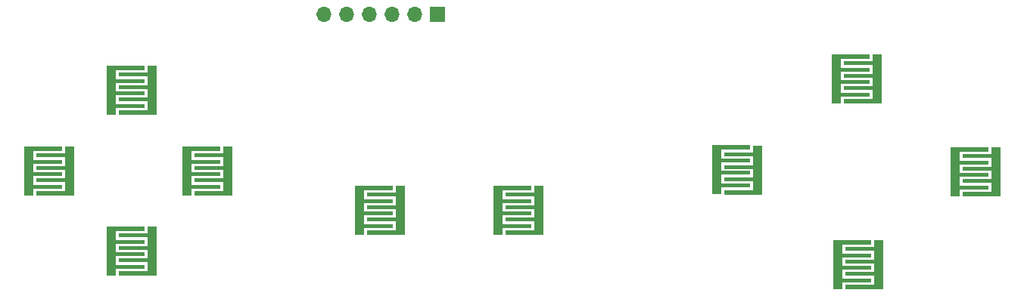
<source format=gts>
G04 #@! TF.GenerationSoftware,KiCad,Pcbnew,8.0.9*
G04 #@! TF.CreationDate,2025-09-16T20:49:19+09:00*
G04 #@! TF.ProjectId,usb_sfc_pad,7573625f-7366-4635-9f70-61642e6b6963,rev?*
G04 #@! TF.SameCoordinates,Original*
G04 #@! TF.FileFunction,Soldermask,Top*
G04 #@! TF.FilePolarity,Negative*
%FSLAX46Y46*%
G04 Gerber Fmt 4.6, Leading zero omitted, Abs format (unit mm)*
G04 Created by KiCad (PCBNEW 8.0.9) date 2025-09-16 20:49:19*
%MOMM*%
%LPD*%
G01*
G04 APERTURE LIST*
G04 Aperture macros list*
%AMFreePoly0*
4,1,19,0.300000,-2.700000,-3.900000,-2.700000,-3.900000,-2.200000,-0.700000,-2.200000,-0.700000,-1.200000,-3.900000,-1.200000,-3.900000,-0.800000,-0.700000,-0.800000,-0.700000,0.200000,-3.900000,0.200000,-3.900000,0.600000,-0.700000,0.600000,-0.700000,1.600000,-3.900000,1.600000,-3.900000,2.000000,-0.700000,2.000000,-0.700000,2.800000,0.300000,2.800000,0.300000,-2.700000,0.300000,-2.700000,
$1*%
%AMFreePoly1*
4,1,19,3.900000,2.200000,0.700000,2.200000,0.700000,1.200000,3.900000,1.200000,3.900000,0.800000,0.700000,0.800000,0.700000,-0.200000,3.900000,-0.200000,3.900000,-0.600000,0.700000,-0.600000,0.700000,-1.600000,3.900000,-1.600000,3.900000,-2.000000,0.700000,-2.000000,0.700000,-2.800000,-0.300000,-2.800000,-0.300000,2.700000,3.900000,2.700000,3.900000,2.200000,3.900000,2.200000,
$1*%
G04 Aperture macros list end*
%ADD10FreePoly0,0.000000*%
%ADD11FreePoly1,0.000000*%
%ADD12R,1.700000X1.700000*%
%ADD13O,1.700000X1.700000*%
G04 APERTURE END LIST*
D10*
X144050000Y-111950000D03*
D11*
X139150000Y-111850000D03*
D10*
X107000000Y-107550000D03*
D11*
X102100000Y-107450000D03*
D10*
X124750000Y-107550000D03*
D11*
X119850000Y-107450000D03*
D10*
X197550000Y-118050000D03*
D11*
X192650000Y-117950000D03*
D10*
X116250000Y-116550000D03*
D11*
X111350000Y-116450000D03*
D10*
X116250000Y-98550000D03*
D11*
X111350000Y-98450000D03*
D10*
X183950000Y-107450000D03*
D11*
X179050000Y-107350000D03*
D10*
X210650000Y-107650000D03*
D11*
X205750000Y-107550000D03*
D10*
X159550000Y-111950000D03*
D11*
X154650000Y-111850000D03*
D10*
X197350000Y-97250000D03*
D11*
X192450000Y-97150000D03*
D12*
X148020000Y-90000000D03*
D13*
X145480000Y-90000000D03*
X142940000Y-90000000D03*
X140400000Y-90000000D03*
X137860000Y-90000000D03*
X135320000Y-90000000D03*
M02*

</source>
